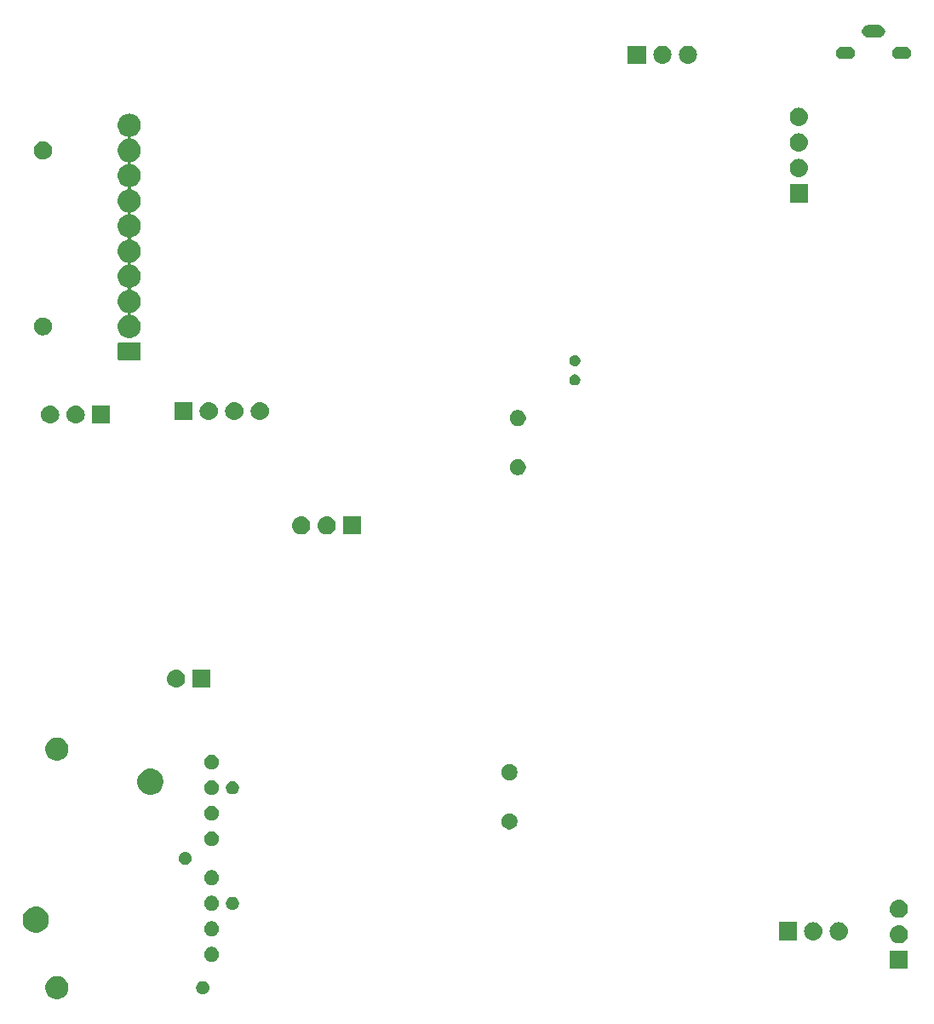
<source format=gbs>
G04 #@! TF.GenerationSoftware,KiCad,Pcbnew,5.1.4-e60b266~84~ubuntu16.04.1*
G04 #@! TF.CreationDate,2019-08-13T02:24:23+05:00*
G04 #@! TF.ProjectId,usb2most,75736232-6d6f-4737-942e-6b696361645f,rev?*
G04 #@! TF.SameCoordinates,Original*
G04 #@! TF.FileFunction,Soldermask,Bot*
G04 #@! TF.FilePolarity,Negative*
%FSLAX46Y46*%
G04 Gerber Fmt 4.6, Leading zero omitted, Abs format (unit mm)*
G04 Created by KiCad (PCBNEW 5.1.4-e60b266~84~ubuntu16.04.1) date 2019-08-13 02:24:23*
%MOMM*%
%LPD*%
G04 APERTURE LIST*
%ADD10C,0.100000*%
G04 APERTURE END LIST*
D10*
G36*
X25687324Y-115664731D02*
G01*
X25835443Y-115694194D01*
X26044729Y-115780884D01*
X26233082Y-115906737D01*
X26393263Y-116066918D01*
X26519116Y-116255271D01*
X26605806Y-116464557D01*
X26650000Y-116686735D01*
X26650000Y-116913265D01*
X26605806Y-117135443D01*
X26519116Y-117344729D01*
X26393263Y-117533082D01*
X26233082Y-117693263D01*
X26044729Y-117819116D01*
X25835443Y-117905806D01*
X25687324Y-117935269D01*
X25613266Y-117950000D01*
X25386734Y-117950000D01*
X25312676Y-117935269D01*
X25164557Y-117905806D01*
X24955271Y-117819116D01*
X24766918Y-117693263D01*
X24606737Y-117533082D01*
X24480884Y-117344729D01*
X24394194Y-117135443D01*
X24350000Y-116913265D01*
X24350000Y-116686735D01*
X24394194Y-116464557D01*
X24480884Y-116255271D01*
X24606737Y-116066918D01*
X24766918Y-115906737D01*
X24955271Y-115780884D01*
X25164557Y-115694194D01*
X25312676Y-115664731D01*
X25386734Y-115650000D01*
X25613266Y-115650000D01*
X25687324Y-115664731D01*
X25687324Y-115664731D01*
G37*
G36*
X40147738Y-116166653D02*
G01*
X40189598Y-116174979D01*
X40238596Y-116195275D01*
X40307889Y-116223977D01*
X40307890Y-116223978D01*
X40414351Y-116295112D01*
X40504888Y-116385649D01*
X40552418Y-116456784D01*
X40576023Y-116492111D01*
X40625021Y-116610403D01*
X40650000Y-116735979D01*
X40650000Y-116864021D01*
X40625021Y-116989597D01*
X40576023Y-117107889D01*
X40576022Y-117107890D01*
X40504888Y-117214351D01*
X40414351Y-117304888D01*
X40354727Y-117344727D01*
X40307889Y-117376023D01*
X40238596Y-117404725D01*
X40189598Y-117425021D01*
X40147738Y-117433347D01*
X40064021Y-117450000D01*
X39935979Y-117450000D01*
X39852262Y-117433347D01*
X39810402Y-117425021D01*
X39761404Y-117404725D01*
X39692111Y-117376023D01*
X39645273Y-117344727D01*
X39585649Y-117304888D01*
X39495112Y-117214351D01*
X39423978Y-117107890D01*
X39423977Y-117107889D01*
X39374979Y-116989597D01*
X39350000Y-116864021D01*
X39350000Y-116735979D01*
X39374979Y-116610403D01*
X39423977Y-116492111D01*
X39447582Y-116456784D01*
X39495112Y-116385649D01*
X39585649Y-116295112D01*
X39692110Y-116223978D01*
X39692111Y-116223977D01*
X39761404Y-116195275D01*
X39810402Y-116174979D01*
X39852262Y-116166653D01*
X39935979Y-116150000D01*
X40064021Y-116150000D01*
X40147738Y-116166653D01*
X40147738Y-116166653D01*
G37*
G36*
X110120000Y-114946000D02*
G01*
X108320000Y-114946000D01*
X108320000Y-113146000D01*
X110120000Y-113146000D01*
X110120000Y-114946000D01*
X110120000Y-114946000D01*
G37*
G36*
X41088766Y-112778821D02*
G01*
X41225257Y-112835358D01*
X41348097Y-112917437D01*
X41452563Y-113021903D01*
X41534642Y-113144743D01*
X41591179Y-113281234D01*
X41620000Y-113426130D01*
X41620000Y-113573870D01*
X41591179Y-113718766D01*
X41534642Y-113855257D01*
X41452563Y-113978097D01*
X41348097Y-114082563D01*
X41225257Y-114164642D01*
X41088766Y-114221179D01*
X40943870Y-114250000D01*
X40796130Y-114250000D01*
X40651234Y-114221179D01*
X40514743Y-114164642D01*
X40391903Y-114082563D01*
X40287437Y-113978097D01*
X40205358Y-113855257D01*
X40148821Y-113718766D01*
X40120000Y-113573870D01*
X40120000Y-113426130D01*
X40148821Y-113281234D01*
X40205358Y-113144743D01*
X40287437Y-113021903D01*
X40391903Y-112917437D01*
X40514743Y-112835358D01*
X40651234Y-112778821D01*
X40796130Y-112750000D01*
X40943870Y-112750000D01*
X41088766Y-112778821D01*
X41088766Y-112778821D01*
G37*
G36*
X109396427Y-110619022D02*
G01*
X109396430Y-110619023D01*
X109396431Y-110619023D01*
X109566081Y-110670486D01*
X109566083Y-110670487D01*
X109566086Y-110670488D01*
X109722431Y-110754056D01*
X109859475Y-110866525D01*
X109971944Y-111003569D01*
X110055512Y-111159914D01*
X110055513Y-111159917D01*
X110055514Y-111159919D01*
X110068293Y-111202046D01*
X110106978Y-111329573D01*
X110124354Y-111506000D01*
X110106978Y-111682427D01*
X110106977Y-111682430D01*
X110106977Y-111682431D01*
X110100910Y-111702432D01*
X110055512Y-111852086D01*
X109971944Y-112008431D01*
X109859475Y-112145475D01*
X109722431Y-112257944D01*
X109566086Y-112341512D01*
X109566083Y-112341513D01*
X109566081Y-112341514D01*
X109396431Y-112392977D01*
X109396430Y-112392977D01*
X109396427Y-112392978D01*
X109264211Y-112406000D01*
X109175789Y-112406000D01*
X109043573Y-112392978D01*
X109043570Y-112392977D01*
X109043569Y-112392977D01*
X108873919Y-112341514D01*
X108873917Y-112341513D01*
X108873914Y-112341512D01*
X108717569Y-112257944D01*
X108580525Y-112145475D01*
X108468056Y-112008431D01*
X108384488Y-111852086D01*
X108339091Y-111702432D01*
X108333023Y-111682431D01*
X108333023Y-111682430D01*
X108333022Y-111682427D01*
X108315646Y-111506000D01*
X108333022Y-111329573D01*
X108371707Y-111202046D01*
X108384486Y-111159919D01*
X108384487Y-111159917D01*
X108384488Y-111159914D01*
X108468056Y-111003569D01*
X108580525Y-110866525D01*
X108717569Y-110754056D01*
X108873914Y-110670488D01*
X108873917Y-110670487D01*
X108873919Y-110670486D01*
X109043569Y-110619023D01*
X109043570Y-110619023D01*
X109043573Y-110619022D01*
X109175789Y-110606000D01*
X109264211Y-110606000D01*
X109396427Y-110619022D01*
X109396427Y-110619022D01*
G37*
G36*
X103426427Y-110313022D02*
G01*
X103426430Y-110313023D01*
X103426431Y-110313023D01*
X103596081Y-110364486D01*
X103596083Y-110364487D01*
X103596086Y-110364488D01*
X103752431Y-110448056D01*
X103889475Y-110560525D01*
X104001944Y-110697569D01*
X104085512Y-110853914D01*
X104085513Y-110853917D01*
X104085514Y-110853919D01*
X104130910Y-111003569D01*
X104136978Y-111023573D01*
X104154354Y-111200000D01*
X104136978Y-111376427D01*
X104136977Y-111376430D01*
X104136977Y-111376431D01*
X104118271Y-111438097D01*
X104085512Y-111546086D01*
X104001944Y-111702431D01*
X103889475Y-111839475D01*
X103752431Y-111951944D01*
X103596086Y-112035512D01*
X103596083Y-112035513D01*
X103596081Y-112035514D01*
X103426431Y-112086977D01*
X103426430Y-112086977D01*
X103426427Y-112086978D01*
X103294211Y-112100000D01*
X103205789Y-112100000D01*
X103073573Y-112086978D01*
X103073570Y-112086977D01*
X103073569Y-112086977D01*
X102903919Y-112035514D01*
X102903917Y-112035513D01*
X102903914Y-112035512D01*
X102747569Y-111951944D01*
X102610525Y-111839475D01*
X102498056Y-111702431D01*
X102414488Y-111546086D01*
X102381730Y-111438097D01*
X102363023Y-111376431D01*
X102363023Y-111376430D01*
X102363022Y-111376427D01*
X102345646Y-111200000D01*
X102363022Y-111023573D01*
X102369090Y-111003569D01*
X102414486Y-110853919D01*
X102414487Y-110853917D01*
X102414488Y-110853914D01*
X102498056Y-110697569D01*
X102610525Y-110560525D01*
X102747569Y-110448056D01*
X102903914Y-110364488D01*
X102903917Y-110364487D01*
X102903919Y-110364486D01*
X103073569Y-110313023D01*
X103073570Y-110313023D01*
X103073573Y-110313022D01*
X103205789Y-110300000D01*
X103294211Y-110300000D01*
X103426427Y-110313022D01*
X103426427Y-110313022D01*
G37*
G36*
X100886427Y-110313022D02*
G01*
X100886430Y-110313023D01*
X100886431Y-110313023D01*
X101056081Y-110364486D01*
X101056083Y-110364487D01*
X101056086Y-110364488D01*
X101212431Y-110448056D01*
X101349475Y-110560525D01*
X101461944Y-110697569D01*
X101545512Y-110853914D01*
X101545513Y-110853917D01*
X101545514Y-110853919D01*
X101590910Y-111003569D01*
X101596978Y-111023573D01*
X101614354Y-111200000D01*
X101596978Y-111376427D01*
X101596977Y-111376430D01*
X101596977Y-111376431D01*
X101578271Y-111438097D01*
X101545512Y-111546086D01*
X101461944Y-111702431D01*
X101349475Y-111839475D01*
X101212431Y-111951944D01*
X101056086Y-112035512D01*
X101056083Y-112035513D01*
X101056081Y-112035514D01*
X100886431Y-112086977D01*
X100886430Y-112086977D01*
X100886427Y-112086978D01*
X100754211Y-112100000D01*
X100665789Y-112100000D01*
X100533573Y-112086978D01*
X100533570Y-112086977D01*
X100533569Y-112086977D01*
X100363919Y-112035514D01*
X100363917Y-112035513D01*
X100363914Y-112035512D01*
X100207569Y-111951944D01*
X100070525Y-111839475D01*
X99958056Y-111702431D01*
X99874488Y-111546086D01*
X99841730Y-111438097D01*
X99823023Y-111376431D01*
X99823023Y-111376430D01*
X99823022Y-111376427D01*
X99805646Y-111200000D01*
X99823022Y-111023573D01*
X99829090Y-111003569D01*
X99874486Y-110853919D01*
X99874487Y-110853917D01*
X99874488Y-110853914D01*
X99958056Y-110697569D01*
X100070525Y-110560525D01*
X100207569Y-110448056D01*
X100363914Y-110364488D01*
X100363917Y-110364487D01*
X100363919Y-110364486D01*
X100533569Y-110313023D01*
X100533570Y-110313023D01*
X100533573Y-110313022D01*
X100665789Y-110300000D01*
X100754211Y-110300000D01*
X100886427Y-110313022D01*
X100886427Y-110313022D01*
G37*
G36*
X99070000Y-112100000D02*
G01*
X97270000Y-112100000D01*
X97270000Y-110300000D01*
X99070000Y-110300000D01*
X99070000Y-112100000D01*
X99070000Y-112100000D01*
G37*
G36*
X41088766Y-110238821D02*
G01*
X41225257Y-110295358D01*
X41348097Y-110377437D01*
X41452563Y-110481903D01*
X41534642Y-110604743D01*
X41591179Y-110741234D01*
X41620000Y-110886130D01*
X41620000Y-111033870D01*
X41591179Y-111178766D01*
X41534642Y-111315257D01*
X41452563Y-111438097D01*
X41348097Y-111542563D01*
X41225257Y-111624642D01*
X41088766Y-111681179D01*
X40943870Y-111710000D01*
X40796130Y-111710000D01*
X40651234Y-111681179D01*
X40514743Y-111624642D01*
X40391903Y-111542563D01*
X40287437Y-111438097D01*
X40205358Y-111315257D01*
X40148821Y-111178766D01*
X40120000Y-111033870D01*
X40120000Y-110886130D01*
X40148821Y-110741234D01*
X40205358Y-110604743D01*
X40287437Y-110481903D01*
X40391903Y-110377437D01*
X40514743Y-110295358D01*
X40651234Y-110238821D01*
X40796130Y-110210000D01*
X40943870Y-110210000D01*
X41088766Y-110238821D01*
X41088766Y-110238821D01*
G37*
G36*
X23653617Y-108774979D02*
G01*
X23779196Y-108799958D01*
X24015781Y-108897955D01*
X24228702Y-109040224D01*
X24409776Y-109221298D01*
X24470435Y-109312081D01*
X24552046Y-109434221D01*
X24650042Y-109670805D01*
X24686279Y-109852978D01*
X24700000Y-109921961D01*
X24700000Y-110178039D01*
X24650042Y-110429196D01*
X24552045Y-110665781D01*
X24409776Y-110878702D01*
X24228702Y-111059776D01*
X24015781Y-111202045D01*
X23779196Y-111300042D01*
X23528040Y-111350000D01*
X23271960Y-111350000D01*
X23020804Y-111300042D01*
X22784219Y-111202045D01*
X22571298Y-111059776D01*
X22390224Y-110878702D01*
X22247955Y-110665781D01*
X22149958Y-110429196D01*
X22100000Y-110178039D01*
X22100000Y-109921961D01*
X22113722Y-109852978D01*
X22149958Y-109670805D01*
X22247954Y-109434221D01*
X22329565Y-109312081D01*
X22390224Y-109221298D01*
X22571298Y-109040224D01*
X22784219Y-108897955D01*
X23020804Y-108799958D01*
X23146383Y-108774979D01*
X23271960Y-108750000D01*
X23528040Y-108750000D01*
X23653617Y-108774979D01*
X23653617Y-108774979D01*
G37*
G36*
X109396427Y-108079022D02*
G01*
X109396430Y-108079023D01*
X109396431Y-108079023D01*
X109566081Y-108130486D01*
X109566083Y-108130487D01*
X109566086Y-108130488D01*
X109722431Y-108214056D01*
X109859475Y-108326525D01*
X109971944Y-108463569D01*
X110055512Y-108619914D01*
X110055513Y-108619917D01*
X110055514Y-108619919D01*
X110094974Y-108750000D01*
X110106978Y-108789573D01*
X110124354Y-108966000D01*
X110106978Y-109142427D01*
X110106977Y-109142430D01*
X110106977Y-109142431D01*
X110083053Y-109221299D01*
X110055512Y-109312086D01*
X109971944Y-109468431D01*
X109859475Y-109605475D01*
X109722431Y-109717944D01*
X109566086Y-109801512D01*
X109566083Y-109801513D01*
X109566081Y-109801514D01*
X109396431Y-109852977D01*
X109396430Y-109852977D01*
X109396427Y-109852978D01*
X109264211Y-109866000D01*
X109175789Y-109866000D01*
X109043573Y-109852978D01*
X109043570Y-109852977D01*
X109043569Y-109852977D01*
X108873919Y-109801514D01*
X108873917Y-109801513D01*
X108873914Y-109801512D01*
X108717569Y-109717944D01*
X108580525Y-109605475D01*
X108468056Y-109468431D01*
X108384488Y-109312086D01*
X108356948Y-109221299D01*
X108333023Y-109142431D01*
X108333023Y-109142430D01*
X108333022Y-109142427D01*
X108315646Y-108966000D01*
X108333022Y-108789573D01*
X108345026Y-108750000D01*
X108384486Y-108619919D01*
X108384487Y-108619917D01*
X108384488Y-108619914D01*
X108468056Y-108463569D01*
X108580525Y-108326525D01*
X108717569Y-108214056D01*
X108873914Y-108130488D01*
X108873917Y-108130487D01*
X108873919Y-108130486D01*
X109043569Y-108079023D01*
X109043570Y-108079023D01*
X109043573Y-108079022D01*
X109175789Y-108066000D01*
X109264211Y-108066000D01*
X109396427Y-108079022D01*
X109396427Y-108079022D01*
G37*
G36*
X41088766Y-107698821D02*
G01*
X41225257Y-107755358D01*
X41348097Y-107837437D01*
X41452563Y-107941903D01*
X41534642Y-108064743D01*
X41591179Y-108201234D01*
X41620000Y-108346130D01*
X41620000Y-108493870D01*
X41591179Y-108638766D01*
X41534642Y-108775257D01*
X41452563Y-108898097D01*
X41348097Y-109002563D01*
X41225257Y-109084642D01*
X41088766Y-109141179D01*
X40943870Y-109170000D01*
X40796130Y-109170000D01*
X40651234Y-109141179D01*
X40514743Y-109084642D01*
X40391903Y-109002563D01*
X40287437Y-108898097D01*
X40205358Y-108775257D01*
X40148821Y-108638766D01*
X40120000Y-108493870D01*
X40120000Y-108346130D01*
X40148821Y-108201234D01*
X40205358Y-108064743D01*
X40287437Y-107941903D01*
X40391903Y-107837437D01*
X40514743Y-107755358D01*
X40651234Y-107698821D01*
X40796130Y-107670000D01*
X40943870Y-107670000D01*
X41088766Y-107698821D01*
X41088766Y-107698821D01*
G37*
G36*
X43097738Y-107786653D02*
G01*
X43139598Y-107794979D01*
X43188596Y-107815275D01*
X43257889Y-107843977D01*
X43257890Y-107843978D01*
X43364351Y-107915112D01*
X43454888Y-108005649D01*
X43494372Y-108064742D01*
X43526023Y-108112111D01*
X43533634Y-108130486D01*
X43575021Y-108230402D01*
X43600000Y-108355981D01*
X43600000Y-108484019D01*
X43575021Y-108609598D01*
X43554725Y-108658596D01*
X43526023Y-108727889D01*
X43526022Y-108727890D01*
X43454888Y-108834351D01*
X43364351Y-108924888D01*
X43302822Y-108966000D01*
X43257889Y-108996023D01*
X43188596Y-109024725D01*
X43139598Y-109045021D01*
X43097738Y-109053347D01*
X43014021Y-109070000D01*
X42885979Y-109070000D01*
X42802262Y-109053347D01*
X42760402Y-109045021D01*
X42711404Y-109024725D01*
X42642111Y-108996023D01*
X42597178Y-108966000D01*
X42535649Y-108924888D01*
X42445112Y-108834351D01*
X42373978Y-108727890D01*
X42373977Y-108727889D01*
X42345275Y-108658596D01*
X42324979Y-108609598D01*
X42300000Y-108484019D01*
X42300000Y-108355981D01*
X42324979Y-108230402D01*
X42366366Y-108130486D01*
X42373977Y-108112111D01*
X42405628Y-108064742D01*
X42445112Y-108005649D01*
X42535649Y-107915112D01*
X42642110Y-107843978D01*
X42642111Y-107843977D01*
X42711404Y-107815275D01*
X42760402Y-107794979D01*
X42802262Y-107786653D01*
X42885979Y-107770000D01*
X43014021Y-107770000D01*
X43097738Y-107786653D01*
X43097738Y-107786653D01*
G37*
G36*
X41088766Y-105158821D02*
G01*
X41225257Y-105215358D01*
X41348097Y-105297437D01*
X41452563Y-105401903D01*
X41534642Y-105524743D01*
X41591179Y-105661234D01*
X41620000Y-105806130D01*
X41620000Y-105953870D01*
X41591179Y-106098766D01*
X41534642Y-106235257D01*
X41452563Y-106358097D01*
X41348097Y-106462563D01*
X41225257Y-106544642D01*
X41088766Y-106601179D01*
X40943870Y-106630000D01*
X40796130Y-106630000D01*
X40651234Y-106601179D01*
X40514743Y-106544642D01*
X40391903Y-106462563D01*
X40287437Y-106358097D01*
X40205358Y-106235257D01*
X40148821Y-106098766D01*
X40120000Y-105953870D01*
X40120000Y-105806130D01*
X40148821Y-105661234D01*
X40205358Y-105524743D01*
X40287437Y-105401903D01*
X40391903Y-105297437D01*
X40514743Y-105215358D01*
X40651234Y-105158821D01*
X40796130Y-105130000D01*
X40943870Y-105130000D01*
X41088766Y-105158821D01*
X41088766Y-105158821D01*
G37*
G36*
X38397738Y-103316653D02*
G01*
X38439598Y-103324979D01*
X38488596Y-103345275D01*
X38557889Y-103373977D01*
X38557890Y-103373978D01*
X38664351Y-103445112D01*
X38754888Y-103535649D01*
X38802418Y-103606784D01*
X38826023Y-103642111D01*
X38875021Y-103760403D01*
X38900000Y-103885979D01*
X38900000Y-104014021D01*
X38875021Y-104139597D01*
X38826023Y-104257889D01*
X38826022Y-104257890D01*
X38754888Y-104364351D01*
X38664351Y-104454888D01*
X38593216Y-104502418D01*
X38557889Y-104526023D01*
X38488596Y-104554725D01*
X38439598Y-104575021D01*
X38397738Y-104583347D01*
X38314021Y-104600000D01*
X38185979Y-104600000D01*
X38102262Y-104583347D01*
X38060402Y-104575021D01*
X38011404Y-104554725D01*
X37942111Y-104526023D01*
X37906784Y-104502418D01*
X37835649Y-104454888D01*
X37745112Y-104364351D01*
X37673978Y-104257890D01*
X37673977Y-104257889D01*
X37624979Y-104139597D01*
X37600000Y-104014021D01*
X37600000Y-103885979D01*
X37624979Y-103760403D01*
X37673977Y-103642111D01*
X37697582Y-103606784D01*
X37745112Y-103535649D01*
X37835649Y-103445112D01*
X37942110Y-103373978D01*
X37942111Y-103373977D01*
X38011404Y-103345275D01*
X38060402Y-103324979D01*
X38102262Y-103316653D01*
X38185979Y-103300000D01*
X38314021Y-103300000D01*
X38397738Y-103316653D01*
X38397738Y-103316653D01*
G37*
G36*
X41088766Y-101298821D02*
G01*
X41225257Y-101355358D01*
X41348097Y-101437437D01*
X41452563Y-101541903D01*
X41534642Y-101664743D01*
X41591179Y-101801234D01*
X41620000Y-101946130D01*
X41620000Y-102093870D01*
X41591179Y-102238766D01*
X41534642Y-102375257D01*
X41452563Y-102498097D01*
X41348097Y-102602563D01*
X41225257Y-102684642D01*
X41088766Y-102741179D01*
X40943870Y-102770000D01*
X40796130Y-102770000D01*
X40651234Y-102741179D01*
X40514743Y-102684642D01*
X40391903Y-102602563D01*
X40287437Y-102498097D01*
X40205358Y-102375257D01*
X40148821Y-102238766D01*
X40120000Y-102093870D01*
X40120000Y-101946130D01*
X40148821Y-101801234D01*
X40205358Y-101664743D01*
X40287437Y-101541903D01*
X40391903Y-101437437D01*
X40514743Y-101355358D01*
X40651234Y-101298821D01*
X40796130Y-101270000D01*
X40943870Y-101270000D01*
X41088766Y-101298821D01*
X41088766Y-101298821D01*
G37*
G36*
X70733351Y-99510743D02*
G01*
X70878941Y-99571048D01*
X71009970Y-99658599D01*
X71121401Y-99770030D01*
X71208952Y-99901059D01*
X71269257Y-100046649D01*
X71300000Y-100201206D01*
X71300000Y-100358794D01*
X71269257Y-100513351D01*
X71208952Y-100658941D01*
X71121401Y-100789970D01*
X71009970Y-100901401D01*
X70878941Y-100988952D01*
X70733351Y-101049257D01*
X70578794Y-101080000D01*
X70421206Y-101080000D01*
X70266649Y-101049257D01*
X70121059Y-100988952D01*
X69990030Y-100901401D01*
X69878599Y-100789970D01*
X69791048Y-100658941D01*
X69730743Y-100513351D01*
X69700000Y-100358794D01*
X69700000Y-100201206D01*
X69730743Y-100046649D01*
X69791048Y-99901059D01*
X69878599Y-99770030D01*
X69990030Y-99658599D01*
X70121059Y-99571048D01*
X70266649Y-99510743D01*
X70421206Y-99480000D01*
X70578794Y-99480000D01*
X70733351Y-99510743D01*
X70733351Y-99510743D01*
G37*
G36*
X41088766Y-98758821D02*
G01*
X41225257Y-98815358D01*
X41348097Y-98897437D01*
X41452563Y-99001903D01*
X41534642Y-99124743D01*
X41591179Y-99261234D01*
X41620000Y-99406130D01*
X41620000Y-99553870D01*
X41591179Y-99698766D01*
X41534642Y-99835257D01*
X41452563Y-99958097D01*
X41348097Y-100062563D01*
X41225257Y-100144642D01*
X41088766Y-100201179D01*
X40943870Y-100230000D01*
X40796130Y-100230000D01*
X40651234Y-100201179D01*
X40514743Y-100144642D01*
X40391903Y-100062563D01*
X40287437Y-99958097D01*
X40205358Y-99835257D01*
X40148821Y-99698766D01*
X40120000Y-99553870D01*
X40120000Y-99406130D01*
X40148821Y-99261234D01*
X40205358Y-99124743D01*
X40287437Y-99001903D01*
X40391903Y-98897437D01*
X40514743Y-98815358D01*
X40651234Y-98758821D01*
X40796130Y-98730000D01*
X40943870Y-98730000D01*
X41088766Y-98758821D01*
X41088766Y-98758821D01*
G37*
G36*
X41088766Y-96218821D02*
G01*
X41225257Y-96275358D01*
X41348097Y-96357437D01*
X41452563Y-96461903D01*
X41534642Y-96584743D01*
X41591179Y-96721234D01*
X41620000Y-96866130D01*
X41620000Y-97013870D01*
X41591179Y-97158766D01*
X41534642Y-97295257D01*
X41452563Y-97418097D01*
X41348097Y-97522563D01*
X41225257Y-97604642D01*
X41088766Y-97661179D01*
X40943870Y-97690000D01*
X40796130Y-97690000D01*
X40651234Y-97661179D01*
X40514743Y-97604642D01*
X40391903Y-97522563D01*
X40287437Y-97418097D01*
X40205358Y-97295257D01*
X40148821Y-97158766D01*
X40120000Y-97013870D01*
X40120000Y-96866130D01*
X40148821Y-96721234D01*
X40205358Y-96584743D01*
X40287437Y-96461903D01*
X40391903Y-96357437D01*
X40514743Y-96275358D01*
X40651234Y-96218821D01*
X40796130Y-96190000D01*
X40943870Y-96190000D01*
X41088766Y-96218821D01*
X41088766Y-96218821D01*
G37*
G36*
X35001645Y-95064641D02*
G01*
X35179196Y-95099958D01*
X35415781Y-95197955D01*
X35628702Y-95340224D01*
X35809776Y-95521298D01*
X35952045Y-95734219D01*
X36024844Y-95909970D01*
X36050042Y-95970805D01*
X36099376Y-96218821D01*
X36100000Y-96221961D01*
X36100000Y-96478039D01*
X36050042Y-96729196D01*
X35952045Y-96965781D01*
X35809776Y-97178702D01*
X35628702Y-97359776D01*
X35415781Y-97502045D01*
X35179196Y-97600042D01*
X34928040Y-97650000D01*
X34671960Y-97650000D01*
X34420804Y-97600042D01*
X34184219Y-97502045D01*
X33971298Y-97359776D01*
X33790224Y-97178702D01*
X33647955Y-96965781D01*
X33549958Y-96729196D01*
X33500000Y-96478039D01*
X33500000Y-96221961D01*
X33500625Y-96218821D01*
X33549958Y-95970805D01*
X33575157Y-95909970D01*
X33647955Y-95734219D01*
X33790224Y-95521298D01*
X33971298Y-95340224D01*
X34184219Y-95197955D01*
X34420804Y-95099958D01*
X34598355Y-95064641D01*
X34671960Y-95050000D01*
X34928040Y-95050000D01*
X35001645Y-95064641D01*
X35001645Y-95064641D01*
G37*
G36*
X43097738Y-96306653D02*
G01*
X43139598Y-96314979D01*
X43188596Y-96335275D01*
X43257889Y-96363977D01*
X43257890Y-96363978D01*
X43364351Y-96435112D01*
X43454888Y-96525649D01*
X43494372Y-96584742D01*
X43526023Y-96632111D01*
X43554725Y-96701404D01*
X43575021Y-96750402D01*
X43600000Y-96875981D01*
X43600000Y-97004019D01*
X43575021Y-97129598D01*
X43554725Y-97178596D01*
X43526023Y-97247889D01*
X43526022Y-97247890D01*
X43454888Y-97354351D01*
X43364351Y-97444888D01*
X43293216Y-97492418D01*
X43257889Y-97516023D01*
X43188596Y-97544725D01*
X43139598Y-97565021D01*
X43097738Y-97573347D01*
X43014021Y-97590000D01*
X42885979Y-97590000D01*
X42802262Y-97573347D01*
X42760402Y-97565021D01*
X42711404Y-97544725D01*
X42642111Y-97516023D01*
X42606784Y-97492418D01*
X42535649Y-97444888D01*
X42445112Y-97354351D01*
X42373978Y-97247890D01*
X42373977Y-97247889D01*
X42345275Y-97178596D01*
X42324979Y-97129598D01*
X42300000Y-97004019D01*
X42300000Y-96875981D01*
X42324979Y-96750402D01*
X42345275Y-96701404D01*
X42373977Y-96632111D01*
X42405628Y-96584742D01*
X42445112Y-96525649D01*
X42535649Y-96435112D01*
X42642110Y-96363978D01*
X42642111Y-96363977D01*
X42711404Y-96335275D01*
X42760402Y-96314979D01*
X42802262Y-96306653D01*
X42885979Y-96290000D01*
X43014021Y-96290000D01*
X43097738Y-96306653D01*
X43097738Y-96306653D01*
G37*
G36*
X70733351Y-94630743D02*
G01*
X70878941Y-94691048D01*
X71009970Y-94778599D01*
X71121401Y-94890030D01*
X71208952Y-95021059D01*
X71269257Y-95166649D01*
X71300000Y-95321206D01*
X71300000Y-95478794D01*
X71269257Y-95633351D01*
X71208952Y-95778941D01*
X71121401Y-95909970D01*
X71009970Y-96021401D01*
X70878941Y-96108952D01*
X70733351Y-96169257D01*
X70578794Y-96200000D01*
X70421206Y-96200000D01*
X70266649Y-96169257D01*
X70121059Y-96108952D01*
X69990030Y-96021401D01*
X69878599Y-95909970D01*
X69791048Y-95778941D01*
X69730743Y-95633351D01*
X69700000Y-95478794D01*
X69700000Y-95321206D01*
X69730743Y-95166649D01*
X69791048Y-95021059D01*
X69878599Y-94890030D01*
X69990030Y-94778599D01*
X70121059Y-94691048D01*
X70266649Y-94630743D01*
X70421206Y-94600000D01*
X70578794Y-94600000D01*
X70733351Y-94630743D01*
X70733351Y-94630743D01*
G37*
G36*
X41088766Y-93678821D02*
G01*
X41225257Y-93735358D01*
X41348097Y-93817437D01*
X41452563Y-93921903D01*
X41534642Y-94044743D01*
X41591179Y-94181234D01*
X41620000Y-94326130D01*
X41620000Y-94473870D01*
X41591179Y-94618766D01*
X41534642Y-94755257D01*
X41452563Y-94878097D01*
X41348097Y-94982563D01*
X41225257Y-95064642D01*
X41088766Y-95121179D01*
X40943870Y-95150000D01*
X40796130Y-95150000D01*
X40651234Y-95121179D01*
X40514743Y-95064642D01*
X40391903Y-94982563D01*
X40287437Y-94878097D01*
X40205358Y-94755257D01*
X40148821Y-94618766D01*
X40120000Y-94473870D01*
X40120000Y-94326130D01*
X40148821Y-94181234D01*
X40205358Y-94044743D01*
X40287437Y-93921903D01*
X40391903Y-93817437D01*
X40514743Y-93735358D01*
X40651234Y-93678821D01*
X40796130Y-93650000D01*
X40943870Y-93650000D01*
X41088766Y-93678821D01*
X41088766Y-93678821D01*
G37*
G36*
X25687324Y-91964731D02*
G01*
X25835443Y-91994194D01*
X26044729Y-92080884D01*
X26233082Y-92206737D01*
X26393263Y-92366918D01*
X26519116Y-92555271D01*
X26605806Y-92764557D01*
X26650000Y-92986735D01*
X26650000Y-93213265D01*
X26605806Y-93435443D01*
X26519116Y-93644729D01*
X26393263Y-93833082D01*
X26233082Y-93993263D01*
X26044729Y-94119116D01*
X25835443Y-94205806D01*
X25687324Y-94235269D01*
X25613266Y-94250000D01*
X25386734Y-94250000D01*
X25312676Y-94235269D01*
X25164557Y-94205806D01*
X24955271Y-94119116D01*
X24766918Y-93993263D01*
X24606737Y-93833082D01*
X24480884Y-93644729D01*
X24394194Y-93435443D01*
X24350000Y-93213265D01*
X24350000Y-92986735D01*
X24394194Y-92764557D01*
X24480884Y-92555271D01*
X24606737Y-92366918D01*
X24766918Y-92206737D01*
X24955271Y-92080884D01*
X25164557Y-91994194D01*
X25312676Y-91964731D01*
X25386734Y-91950000D01*
X25613266Y-91950000D01*
X25687324Y-91964731D01*
X25687324Y-91964731D01*
G37*
G36*
X37514427Y-85213022D02*
G01*
X37514430Y-85213023D01*
X37514431Y-85213023D01*
X37684081Y-85264486D01*
X37684083Y-85264487D01*
X37684086Y-85264488D01*
X37840431Y-85348056D01*
X37977475Y-85460525D01*
X38089944Y-85597569D01*
X38173512Y-85753914D01*
X38224978Y-85923573D01*
X38242354Y-86100000D01*
X38224978Y-86276427D01*
X38173512Y-86446086D01*
X38089944Y-86602431D01*
X37977475Y-86739475D01*
X37840431Y-86851944D01*
X37684086Y-86935512D01*
X37684083Y-86935513D01*
X37684081Y-86935514D01*
X37514431Y-86986977D01*
X37514430Y-86986977D01*
X37514427Y-86986978D01*
X37382211Y-87000000D01*
X37293789Y-87000000D01*
X37161573Y-86986978D01*
X37161570Y-86986977D01*
X37161569Y-86986977D01*
X36991919Y-86935514D01*
X36991917Y-86935513D01*
X36991914Y-86935512D01*
X36835569Y-86851944D01*
X36698525Y-86739475D01*
X36586056Y-86602431D01*
X36502488Y-86446086D01*
X36451022Y-86276427D01*
X36433646Y-86100000D01*
X36451022Y-85923573D01*
X36502488Y-85753914D01*
X36586056Y-85597569D01*
X36698525Y-85460525D01*
X36835569Y-85348056D01*
X36991914Y-85264488D01*
X36991917Y-85264487D01*
X36991919Y-85264486D01*
X37161569Y-85213023D01*
X37161570Y-85213023D01*
X37161573Y-85213022D01*
X37293789Y-85200000D01*
X37382211Y-85200000D01*
X37514427Y-85213022D01*
X37514427Y-85213022D01*
G37*
G36*
X40778000Y-87000000D02*
G01*
X38978000Y-87000000D01*
X38978000Y-85200000D01*
X40778000Y-85200000D01*
X40778000Y-87000000D01*
X40778000Y-87000000D01*
G37*
G36*
X52500427Y-69979022D02*
G01*
X52500430Y-69979023D01*
X52500431Y-69979023D01*
X52670081Y-70030486D01*
X52670083Y-70030487D01*
X52670086Y-70030488D01*
X52826431Y-70114056D01*
X52963475Y-70226525D01*
X53075944Y-70363569D01*
X53159512Y-70519914D01*
X53210978Y-70689573D01*
X53228354Y-70866000D01*
X53210978Y-71042427D01*
X53159512Y-71212086D01*
X53075944Y-71368431D01*
X52963475Y-71505475D01*
X52826431Y-71617944D01*
X52670086Y-71701512D01*
X52670083Y-71701513D01*
X52670081Y-71701514D01*
X52500431Y-71752977D01*
X52500430Y-71752977D01*
X52500427Y-71752978D01*
X52368211Y-71766000D01*
X52279789Y-71766000D01*
X52147573Y-71752978D01*
X52147570Y-71752977D01*
X52147569Y-71752977D01*
X51977919Y-71701514D01*
X51977917Y-71701513D01*
X51977914Y-71701512D01*
X51821569Y-71617944D01*
X51684525Y-71505475D01*
X51572056Y-71368431D01*
X51488488Y-71212086D01*
X51437022Y-71042427D01*
X51419646Y-70866000D01*
X51437022Y-70689573D01*
X51488488Y-70519914D01*
X51572056Y-70363569D01*
X51684525Y-70226525D01*
X51821569Y-70114056D01*
X51977914Y-70030488D01*
X51977917Y-70030487D01*
X51977919Y-70030486D01*
X52147569Y-69979023D01*
X52147570Y-69979023D01*
X52147573Y-69979022D01*
X52279789Y-69966000D01*
X52368211Y-69966000D01*
X52500427Y-69979022D01*
X52500427Y-69979022D01*
G37*
G36*
X49960427Y-69979022D02*
G01*
X49960430Y-69979023D01*
X49960431Y-69979023D01*
X50130081Y-70030486D01*
X50130083Y-70030487D01*
X50130086Y-70030488D01*
X50286431Y-70114056D01*
X50423475Y-70226525D01*
X50535944Y-70363569D01*
X50619512Y-70519914D01*
X50670978Y-70689573D01*
X50688354Y-70866000D01*
X50670978Y-71042427D01*
X50619512Y-71212086D01*
X50535944Y-71368431D01*
X50423475Y-71505475D01*
X50286431Y-71617944D01*
X50130086Y-71701512D01*
X50130083Y-71701513D01*
X50130081Y-71701514D01*
X49960431Y-71752977D01*
X49960430Y-71752977D01*
X49960427Y-71752978D01*
X49828211Y-71766000D01*
X49739789Y-71766000D01*
X49607573Y-71752978D01*
X49607570Y-71752977D01*
X49607569Y-71752977D01*
X49437919Y-71701514D01*
X49437917Y-71701513D01*
X49437914Y-71701512D01*
X49281569Y-71617944D01*
X49144525Y-71505475D01*
X49032056Y-71368431D01*
X48948488Y-71212086D01*
X48897022Y-71042427D01*
X48879646Y-70866000D01*
X48897022Y-70689573D01*
X48948488Y-70519914D01*
X49032056Y-70363569D01*
X49144525Y-70226525D01*
X49281569Y-70114056D01*
X49437914Y-70030488D01*
X49437917Y-70030487D01*
X49437919Y-70030486D01*
X49607569Y-69979023D01*
X49607570Y-69979023D01*
X49607573Y-69979022D01*
X49739789Y-69966000D01*
X49828211Y-69966000D01*
X49960427Y-69979022D01*
X49960427Y-69979022D01*
G37*
G36*
X55764000Y-71766000D02*
G01*
X53964000Y-71766000D01*
X53964000Y-69966000D01*
X55764000Y-69966000D01*
X55764000Y-71766000D01*
X55764000Y-71766000D01*
G37*
G36*
X71558351Y-64310743D02*
G01*
X71703941Y-64371048D01*
X71834970Y-64458599D01*
X71946401Y-64570030D01*
X72033952Y-64701059D01*
X72094257Y-64846649D01*
X72125000Y-65001206D01*
X72125000Y-65158794D01*
X72094257Y-65313351D01*
X72033952Y-65458941D01*
X71946401Y-65589970D01*
X71834970Y-65701401D01*
X71703941Y-65788952D01*
X71558351Y-65849257D01*
X71403794Y-65880000D01*
X71246206Y-65880000D01*
X71091649Y-65849257D01*
X70946059Y-65788952D01*
X70815030Y-65701401D01*
X70703599Y-65589970D01*
X70616048Y-65458941D01*
X70555743Y-65313351D01*
X70525000Y-65158794D01*
X70525000Y-65001206D01*
X70555743Y-64846649D01*
X70616048Y-64701059D01*
X70703599Y-64570030D01*
X70815030Y-64458599D01*
X70946059Y-64371048D01*
X71091649Y-64310743D01*
X71246206Y-64280000D01*
X71403794Y-64280000D01*
X71558351Y-64310743D01*
X71558351Y-64310743D01*
G37*
G36*
X71558351Y-59430743D02*
G01*
X71703941Y-59491048D01*
X71834970Y-59578599D01*
X71946401Y-59690030D01*
X72033952Y-59821059D01*
X72094257Y-59966649D01*
X72125000Y-60121206D01*
X72125000Y-60278794D01*
X72094257Y-60433351D01*
X72033952Y-60578941D01*
X71946401Y-60709970D01*
X71834970Y-60821401D01*
X71703941Y-60908952D01*
X71558351Y-60969257D01*
X71403794Y-61000000D01*
X71246206Y-61000000D01*
X71091649Y-60969257D01*
X70946059Y-60908952D01*
X70815030Y-60821401D01*
X70703599Y-60709970D01*
X70616048Y-60578941D01*
X70555743Y-60433351D01*
X70525000Y-60278794D01*
X70525000Y-60121206D01*
X70555743Y-59966649D01*
X70616048Y-59821059D01*
X70703599Y-59690030D01*
X70815030Y-59578599D01*
X70946059Y-59491048D01*
X71091649Y-59430743D01*
X71246206Y-59400000D01*
X71403794Y-59400000D01*
X71558351Y-59430743D01*
X71558351Y-59430743D01*
G37*
G36*
X27536427Y-58963022D02*
G01*
X27536430Y-58963023D01*
X27536431Y-58963023D01*
X27706081Y-59014486D01*
X27706083Y-59014487D01*
X27706086Y-59014488D01*
X27862431Y-59098056D01*
X27999475Y-59210525D01*
X28111944Y-59347569D01*
X28195512Y-59503914D01*
X28246978Y-59673573D01*
X28264354Y-59850000D01*
X28246978Y-60026427D01*
X28195512Y-60196086D01*
X28111944Y-60352431D01*
X27999475Y-60489475D01*
X27862431Y-60601944D01*
X27706086Y-60685512D01*
X27706083Y-60685513D01*
X27706081Y-60685514D01*
X27536431Y-60736977D01*
X27536430Y-60736977D01*
X27536427Y-60736978D01*
X27404211Y-60750000D01*
X27315789Y-60750000D01*
X27183573Y-60736978D01*
X27183570Y-60736977D01*
X27183569Y-60736977D01*
X27013919Y-60685514D01*
X27013917Y-60685513D01*
X27013914Y-60685512D01*
X26857569Y-60601944D01*
X26720525Y-60489475D01*
X26608056Y-60352431D01*
X26524488Y-60196086D01*
X26473022Y-60026427D01*
X26455646Y-59850000D01*
X26473022Y-59673573D01*
X26524488Y-59503914D01*
X26608056Y-59347569D01*
X26720525Y-59210525D01*
X26857569Y-59098056D01*
X27013914Y-59014488D01*
X27013917Y-59014487D01*
X27013919Y-59014486D01*
X27183569Y-58963023D01*
X27183570Y-58963023D01*
X27183573Y-58963022D01*
X27315789Y-58950000D01*
X27404211Y-58950000D01*
X27536427Y-58963022D01*
X27536427Y-58963022D01*
G37*
G36*
X24996427Y-58963022D02*
G01*
X24996430Y-58963023D01*
X24996431Y-58963023D01*
X25166081Y-59014486D01*
X25166083Y-59014487D01*
X25166086Y-59014488D01*
X25322431Y-59098056D01*
X25459475Y-59210525D01*
X25571944Y-59347569D01*
X25655512Y-59503914D01*
X25706978Y-59673573D01*
X25724354Y-59850000D01*
X25706978Y-60026427D01*
X25655512Y-60196086D01*
X25571944Y-60352431D01*
X25459475Y-60489475D01*
X25322431Y-60601944D01*
X25166086Y-60685512D01*
X25166083Y-60685513D01*
X25166081Y-60685514D01*
X24996431Y-60736977D01*
X24996430Y-60736977D01*
X24996427Y-60736978D01*
X24864211Y-60750000D01*
X24775789Y-60750000D01*
X24643573Y-60736978D01*
X24643570Y-60736977D01*
X24643569Y-60736977D01*
X24473919Y-60685514D01*
X24473917Y-60685513D01*
X24473914Y-60685512D01*
X24317569Y-60601944D01*
X24180525Y-60489475D01*
X24068056Y-60352431D01*
X23984488Y-60196086D01*
X23933022Y-60026427D01*
X23915646Y-59850000D01*
X23933022Y-59673573D01*
X23984488Y-59503914D01*
X24068056Y-59347569D01*
X24180525Y-59210525D01*
X24317569Y-59098056D01*
X24473914Y-59014488D01*
X24473917Y-59014487D01*
X24473919Y-59014486D01*
X24643569Y-58963023D01*
X24643570Y-58963023D01*
X24643573Y-58963022D01*
X24775789Y-58950000D01*
X24864211Y-58950000D01*
X24996427Y-58963022D01*
X24996427Y-58963022D01*
G37*
G36*
X30800000Y-60750000D02*
G01*
X29000000Y-60750000D01*
X29000000Y-58950000D01*
X30800000Y-58950000D01*
X30800000Y-60750000D01*
X30800000Y-60750000D01*
G37*
G36*
X45851427Y-58613022D02*
G01*
X45851430Y-58613023D01*
X45851431Y-58613023D01*
X46021081Y-58664486D01*
X46021083Y-58664487D01*
X46021086Y-58664488D01*
X46177431Y-58748056D01*
X46314475Y-58860525D01*
X46426944Y-58997569D01*
X46510512Y-59153914D01*
X46561978Y-59323573D01*
X46579354Y-59500000D01*
X46561978Y-59676427D01*
X46561977Y-59676430D01*
X46561977Y-59676431D01*
X46518105Y-59821058D01*
X46510512Y-59846086D01*
X46426944Y-60002431D01*
X46314475Y-60139475D01*
X46177431Y-60251944D01*
X46021086Y-60335512D01*
X46021083Y-60335513D01*
X46021081Y-60335514D01*
X45851431Y-60386977D01*
X45851430Y-60386977D01*
X45851427Y-60386978D01*
X45719211Y-60400000D01*
X45630789Y-60400000D01*
X45498573Y-60386978D01*
X45498570Y-60386977D01*
X45498569Y-60386977D01*
X45328919Y-60335514D01*
X45328917Y-60335513D01*
X45328914Y-60335512D01*
X45172569Y-60251944D01*
X45035525Y-60139475D01*
X44923056Y-60002431D01*
X44839488Y-59846086D01*
X44831896Y-59821058D01*
X44788023Y-59676431D01*
X44788023Y-59676430D01*
X44788022Y-59676427D01*
X44770646Y-59500000D01*
X44788022Y-59323573D01*
X44839488Y-59153914D01*
X44923056Y-58997569D01*
X45035525Y-58860525D01*
X45172569Y-58748056D01*
X45328914Y-58664488D01*
X45328917Y-58664487D01*
X45328919Y-58664486D01*
X45498569Y-58613023D01*
X45498570Y-58613023D01*
X45498573Y-58613022D01*
X45630789Y-58600000D01*
X45719211Y-58600000D01*
X45851427Y-58613022D01*
X45851427Y-58613022D01*
G37*
G36*
X43311427Y-58613022D02*
G01*
X43311430Y-58613023D01*
X43311431Y-58613023D01*
X43481081Y-58664486D01*
X43481083Y-58664487D01*
X43481086Y-58664488D01*
X43637431Y-58748056D01*
X43774475Y-58860525D01*
X43886944Y-58997569D01*
X43970512Y-59153914D01*
X44021978Y-59323573D01*
X44039354Y-59500000D01*
X44021978Y-59676427D01*
X44021977Y-59676430D01*
X44021977Y-59676431D01*
X43978105Y-59821058D01*
X43970512Y-59846086D01*
X43886944Y-60002431D01*
X43774475Y-60139475D01*
X43637431Y-60251944D01*
X43481086Y-60335512D01*
X43481083Y-60335513D01*
X43481081Y-60335514D01*
X43311431Y-60386977D01*
X43311430Y-60386977D01*
X43311427Y-60386978D01*
X43179211Y-60400000D01*
X43090789Y-60400000D01*
X42958573Y-60386978D01*
X42958570Y-60386977D01*
X42958569Y-60386977D01*
X42788919Y-60335514D01*
X42788917Y-60335513D01*
X42788914Y-60335512D01*
X42632569Y-60251944D01*
X42495525Y-60139475D01*
X42383056Y-60002431D01*
X42299488Y-59846086D01*
X42291896Y-59821058D01*
X42248023Y-59676431D01*
X42248023Y-59676430D01*
X42248022Y-59676427D01*
X42230646Y-59500000D01*
X42248022Y-59323573D01*
X42299488Y-59153914D01*
X42383056Y-58997569D01*
X42495525Y-58860525D01*
X42632569Y-58748056D01*
X42788914Y-58664488D01*
X42788917Y-58664487D01*
X42788919Y-58664486D01*
X42958569Y-58613023D01*
X42958570Y-58613023D01*
X42958573Y-58613022D01*
X43090789Y-58600000D01*
X43179211Y-58600000D01*
X43311427Y-58613022D01*
X43311427Y-58613022D01*
G37*
G36*
X40771427Y-58613022D02*
G01*
X40771430Y-58613023D01*
X40771431Y-58613023D01*
X40941081Y-58664486D01*
X40941083Y-58664487D01*
X40941086Y-58664488D01*
X41097431Y-58748056D01*
X41234475Y-58860525D01*
X41346944Y-58997569D01*
X41430512Y-59153914D01*
X41481978Y-59323573D01*
X41499354Y-59500000D01*
X41481978Y-59676427D01*
X41481977Y-59676430D01*
X41481977Y-59676431D01*
X41438105Y-59821058D01*
X41430512Y-59846086D01*
X41346944Y-60002431D01*
X41234475Y-60139475D01*
X41097431Y-60251944D01*
X40941086Y-60335512D01*
X40941083Y-60335513D01*
X40941081Y-60335514D01*
X40771431Y-60386977D01*
X40771430Y-60386977D01*
X40771427Y-60386978D01*
X40639211Y-60400000D01*
X40550789Y-60400000D01*
X40418573Y-60386978D01*
X40418570Y-60386977D01*
X40418569Y-60386977D01*
X40248919Y-60335514D01*
X40248917Y-60335513D01*
X40248914Y-60335512D01*
X40092569Y-60251944D01*
X39955525Y-60139475D01*
X39843056Y-60002431D01*
X39759488Y-59846086D01*
X39751896Y-59821058D01*
X39708023Y-59676431D01*
X39708023Y-59676430D01*
X39708022Y-59676427D01*
X39690646Y-59500000D01*
X39708022Y-59323573D01*
X39759488Y-59153914D01*
X39843056Y-58997569D01*
X39955525Y-58860525D01*
X40092569Y-58748056D01*
X40248914Y-58664488D01*
X40248917Y-58664487D01*
X40248919Y-58664486D01*
X40418569Y-58613023D01*
X40418570Y-58613023D01*
X40418573Y-58613022D01*
X40550789Y-58600000D01*
X40639211Y-58600000D01*
X40771427Y-58613022D01*
X40771427Y-58613022D01*
G37*
G36*
X38955000Y-60400000D02*
G01*
X37155000Y-60400000D01*
X37155000Y-58600000D01*
X38955000Y-58600000D01*
X38955000Y-60400000D01*
X38955000Y-60400000D01*
G37*
G36*
X77115009Y-55864091D02*
G01*
X77150429Y-55871136D01*
X77200476Y-55891867D01*
X77250524Y-55912597D01*
X77340602Y-55972785D01*
X77417215Y-56049398D01*
X77477403Y-56139476D01*
X77518864Y-56239572D01*
X77540000Y-56345828D01*
X77540000Y-56454172D01*
X77518864Y-56560428D01*
X77477403Y-56660524D01*
X77417215Y-56750602D01*
X77340602Y-56827215D01*
X77250524Y-56887403D01*
X77200476Y-56908133D01*
X77150429Y-56928864D01*
X77115009Y-56935909D01*
X77044172Y-56950000D01*
X76935828Y-56950000D01*
X76864991Y-56935909D01*
X76829571Y-56928864D01*
X76779524Y-56908133D01*
X76729476Y-56887403D01*
X76639398Y-56827215D01*
X76562785Y-56750602D01*
X76502597Y-56660524D01*
X76461136Y-56560428D01*
X76440000Y-56454172D01*
X76440000Y-56345828D01*
X76461136Y-56239572D01*
X76502597Y-56139476D01*
X76562785Y-56049398D01*
X76639398Y-55972785D01*
X76729476Y-55912597D01*
X76779524Y-55891867D01*
X76829571Y-55871136D01*
X76864991Y-55864091D01*
X76935828Y-55850000D01*
X77044172Y-55850000D01*
X77115009Y-55864091D01*
X77115009Y-55864091D01*
G37*
G36*
X77115009Y-53964091D02*
G01*
X77150429Y-53971136D01*
X77200476Y-53991866D01*
X77250524Y-54012597D01*
X77340602Y-54072785D01*
X77417215Y-54149398D01*
X77477403Y-54239476D01*
X77518864Y-54339572D01*
X77540000Y-54445828D01*
X77540000Y-54554172D01*
X77518864Y-54660428D01*
X77477403Y-54760524D01*
X77417215Y-54850602D01*
X77340602Y-54927215D01*
X77250524Y-54987403D01*
X77200476Y-55008134D01*
X77150429Y-55028864D01*
X77115009Y-55035909D01*
X77044172Y-55050000D01*
X76935828Y-55050000D01*
X76864991Y-55035909D01*
X76829571Y-55028864D01*
X76779524Y-55008133D01*
X76729476Y-54987403D01*
X76639398Y-54927215D01*
X76562785Y-54850602D01*
X76502597Y-54760524D01*
X76461136Y-54660428D01*
X76440000Y-54554172D01*
X76440000Y-54445828D01*
X76461136Y-54339572D01*
X76502597Y-54239476D01*
X76562785Y-54149398D01*
X76639398Y-54072785D01*
X76729476Y-54012597D01*
X76779524Y-53991866D01*
X76829571Y-53971136D01*
X76864991Y-53964091D01*
X76935828Y-53950000D01*
X77044172Y-53950000D01*
X77115009Y-53964091D01*
X77115009Y-53964091D01*
G37*
G36*
X33707839Y-52703984D02*
G01*
X33740830Y-52713992D01*
X33771233Y-52730243D01*
X33797884Y-52752116D01*
X33819757Y-52778767D01*
X33836008Y-52809170D01*
X33846016Y-52842161D01*
X33850000Y-52882612D01*
X33850000Y-54317388D01*
X33846016Y-54357839D01*
X33836008Y-54390830D01*
X33819757Y-54421233D01*
X33797884Y-54447884D01*
X33771233Y-54469757D01*
X33740830Y-54486008D01*
X33707839Y-54496016D01*
X33667388Y-54500000D01*
X31732612Y-54500000D01*
X31692161Y-54496016D01*
X31659170Y-54486008D01*
X31628767Y-54469757D01*
X31602116Y-54447884D01*
X31580243Y-54421233D01*
X31563992Y-54390830D01*
X31553984Y-54357839D01*
X31550000Y-54317388D01*
X31550000Y-52882612D01*
X31553984Y-52842161D01*
X31563992Y-52809170D01*
X31580243Y-52778767D01*
X31602116Y-52752116D01*
X31628767Y-52730243D01*
X31659170Y-52713992D01*
X31692161Y-52703984D01*
X31732612Y-52700000D01*
X33667388Y-52700000D01*
X33707839Y-52703984D01*
X33707839Y-52703984D01*
G37*
G36*
X32887324Y-29964731D02*
G01*
X33035443Y-29994194D01*
X33244729Y-30080884D01*
X33433082Y-30206737D01*
X33593263Y-30366918D01*
X33719116Y-30555271D01*
X33805806Y-30764557D01*
X33850000Y-30986735D01*
X33850000Y-31213265D01*
X33805806Y-31435443D01*
X33719116Y-31644729D01*
X33593263Y-31833082D01*
X33433082Y-31993263D01*
X33244729Y-32119116D01*
X33035443Y-32205806D01*
X32926866Y-32227403D01*
X32903418Y-32234516D01*
X32881807Y-32246067D01*
X32862865Y-32261613D01*
X32847320Y-32280554D01*
X32835769Y-32302165D01*
X32828656Y-32325614D01*
X32826254Y-32350000D01*
X32828656Y-32374386D01*
X32835769Y-32397835D01*
X32847320Y-32419446D01*
X32862866Y-32438388D01*
X32881807Y-32453933D01*
X32903418Y-32465484D01*
X32926866Y-32472597D01*
X33035443Y-32494194D01*
X33244729Y-32580884D01*
X33433082Y-32706737D01*
X33593263Y-32866918D01*
X33719116Y-33055271D01*
X33805806Y-33264557D01*
X33850000Y-33486735D01*
X33850000Y-33713265D01*
X33805806Y-33935443D01*
X33719116Y-34144729D01*
X33593263Y-34333082D01*
X33433082Y-34493263D01*
X33244729Y-34619116D01*
X33035443Y-34705806D01*
X32926866Y-34727403D01*
X32903418Y-34734516D01*
X32881807Y-34746067D01*
X32862865Y-34761613D01*
X32847320Y-34780554D01*
X32835769Y-34802165D01*
X32828656Y-34825614D01*
X32826254Y-34850000D01*
X32828656Y-34874386D01*
X32835769Y-34897835D01*
X32847320Y-34919446D01*
X32862866Y-34938388D01*
X32881807Y-34953933D01*
X32903418Y-34965484D01*
X32926866Y-34972597D01*
X33035443Y-34994194D01*
X33244729Y-35080884D01*
X33433082Y-35206737D01*
X33593263Y-35366918D01*
X33719116Y-35555271D01*
X33805806Y-35764557D01*
X33850000Y-35986735D01*
X33850000Y-36213265D01*
X33805806Y-36435443D01*
X33719116Y-36644729D01*
X33593263Y-36833082D01*
X33433082Y-36993263D01*
X33244729Y-37119116D01*
X33035443Y-37205806D01*
X32926866Y-37227403D01*
X32903418Y-37234516D01*
X32881807Y-37246067D01*
X32862865Y-37261613D01*
X32847320Y-37280554D01*
X32835769Y-37302165D01*
X32828656Y-37325614D01*
X32826254Y-37350000D01*
X32828656Y-37374386D01*
X32835769Y-37397835D01*
X32847320Y-37419446D01*
X32862866Y-37438388D01*
X32881807Y-37453933D01*
X32903418Y-37465484D01*
X32926866Y-37472597D01*
X33035443Y-37494194D01*
X33244729Y-37580884D01*
X33433082Y-37706737D01*
X33593263Y-37866918D01*
X33719116Y-38055271D01*
X33805806Y-38264557D01*
X33850000Y-38486735D01*
X33850000Y-38713265D01*
X33805806Y-38935443D01*
X33719116Y-39144729D01*
X33593263Y-39333082D01*
X33433082Y-39493263D01*
X33244729Y-39619116D01*
X33035443Y-39705806D01*
X32926866Y-39727403D01*
X32903418Y-39734516D01*
X32881807Y-39746067D01*
X32862865Y-39761613D01*
X32847320Y-39780554D01*
X32835769Y-39802165D01*
X32828656Y-39825614D01*
X32826254Y-39850000D01*
X32828656Y-39874386D01*
X32835769Y-39897835D01*
X32847320Y-39919446D01*
X32862866Y-39938388D01*
X32881807Y-39953933D01*
X32903418Y-39965484D01*
X32926866Y-39972597D01*
X33035443Y-39994194D01*
X33244729Y-40080884D01*
X33433082Y-40206737D01*
X33593263Y-40366918D01*
X33719116Y-40555271D01*
X33805806Y-40764557D01*
X33850000Y-40986735D01*
X33850000Y-41213265D01*
X33805806Y-41435443D01*
X33719116Y-41644729D01*
X33593263Y-41833082D01*
X33433082Y-41993263D01*
X33244729Y-42119116D01*
X33035443Y-42205806D01*
X32926866Y-42227403D01*
X32903418Y-42234516D01*
X32881807Y-42246067D01*
X32862865Y-42261613D01*
X32847320Y-42280554D01*
X32835769Y-42302165D01*
X32828656Y-42325614D01*
X32826254Y-42350000D01*
X32828656Y-42374386D01*
X32835769Y-42397835D01*
X32847320Y-42419446D01*
X32862866Y-42438388D01*
X32881807Y-42453933D01*
X32903418Y-42465484D01*
X32926866Y-42472597D01*
X33035443Y-42494194D01*
X33244729Y-42580884D01*
X33433082Y-42706737D01*
X33593263Y-42866918D01*
X33719116Y-43055271D01*
X33805806Y-43264557D01*
X33850000Y-43486735D01*
X33850000Y-43713265D01*
X33805806Y-43935443D01*
X33719116Y-44144729D01*
X33593263Y-44333082D01*
X33433082Y-44493263D01*
X33244729Y-44619116D01*
X33035443Y-44705806D01*
X32926866Y-44727403D01*
X32903418Y-44734516D01*
X32881807Y-44746067D01*
X32862865Y-44761613D01*
X32847320Y-44780554D01*
X32835769Y-44802165D01*
X32828656Y-44825614D01*
X32826254Y-44850000D01*
X32828656Y-44874386D01*
X32835769Y-44897835D01*
X32847320Y-44919446D01*
X32862866Y-44938388D01*
X32881807Y-44953933D01*
X32903418Y-44965484D01*
X32926866Y-44972597D01*
X33035443Y-44994194D01*
X33244729Y-45080884D01*
X33433082Y-45206737D01*
X33593263Y-45366918D01*
X33719116Y-45555271D01*
X33805806Y-45764557D01*
X33850000Y-45986735D01*
X33850000Y-46213265D01*
X33805806Y-46435443D01*
X33719116Y-46644729D01*
X33593263Y-46833082D01*
X33433082Y-46993263D01*
X33244729Y-47119116D01*
X33035443Y-47205806D01*
X32926866Y-47227403D01*
X32903418Y-47234516D01*
X32881807Y-47246067D01*
X32862865Y-47261613D01*
X32847320Y-47280554D01*
X32835769Y-47302165D01*
X32828656Y-47325614D01*
X32826254Y-47350000D01*
X32828656Y-47374386D01*
X32835769Y-47397835D01*
X32847320Y-47419446D01*
X32862866Y-47438388D01*
X32881807Y-47453933D01*
X32903418Y-47465484D01*
X32926866Y-47472597D01*
X33035443Y-47494194D01*
X33244729Y-47580884D01*
X33433082Y-47706737D01*
X33593263Y-47866918D01*
X33719116Y-48055271D01*
X33805806Y-48264557D01*
X33850000Y-48486735D01*
X33850000Y-48713265D01*
X33805806Y-48935443D01*
X33719116Y-49144729D01*
X33593263Y-49333082D01*
X33433082Y-49493263D01*
X33244729Y-49619116D01*
X33035443Y-49705806D01*
X32926866Y-49727403D01*
X32903418Y-49734516D01*
X32881807Y-49746067D01*
X32862865Y-49761613D01*
X32847320Y-49780554D01*
X32835769Y-49802165D01*
X32828656Y-49825614D01*
X32826254Y-49850000D01*
X32828656Y-49874386D01*
X32835769Y-49897835D01*
X32847320Y-49919446D01*
X32862866Y-49938388D01*
X32881807Y-49953933D01*
X32903418Y-49965484D01*
X32926866Y-49972597D01*
X33035443Y-49994194D01*
X33244729Y-50080884D01*
X33433082Y-50206737D01*
X33593263Y-50366918D01*
X33719116Y-50555271D01*
X33805806Y-50764557D01*
X33850000Y-50986735D01*
X33850000Y-51213265D01*
X33805806Y-51435443D01*
X33719116Y-51644729D01*
X33593263Y-51833082D01*
X33433082Y-51993263D01*
X33244729Y-52119116D01*
X33035443Y-52205806D01*
X32887324Y-52235269D01*
X32813266Y-52250000D01*
X32586734Y-52250000D01*
X32512676Y-52235269D01*
X32364557Y-52205806D01*
X32155271Y-52119116D01*
X31966918Y-51993263D01*
X31806737Y-51833082D01*
X31680884Y-51644729D01*
X31594194Y-51435443D01*
X31550000Y-51213265D01*
X31550000Y-50986735D01*
X31594194Y-50764557D01*
X31680884Y-50555271D01*
X31806737Y-50366918D01*
X31966918Y-50206737D01*
X32155271Y-50080884D01*
X32364557Y-49994194D01*
X32473134Y-49972597D01*
X32496582Y-49965484D01*
X32518193Y-49953933D01*
X32537135Y-49938387D01*
X32552680Y-49919446D01*
X32564231Y-49897835D01*
X32571344Y-49874386D01*
X32573746Y-49850000D01*
X32571344Y-49825614D01*
X32564231Y-49802165D01*
X32552680Y-49780554D01*
X32537134Y-49761612D01*
X32518193Y-49746067D01*
X32496582Y-49734516D01*
X32473134Y-49727403D01*
X32364557Y-49705806D01*
X32155271Y-49619116D01*
X31966918Y-49493263D01*
X31806737Y-49333082D01*
X31680884Y-49144729D01*
X31594194Y-48935443D01*
X31550000Y-48713265D01*
X31550000Y-48486735D01*
X31594194Y-48264557D01*
X31680884Y-48055271D01*
X31806737Y-47866918D01*
X31966918Y-47706737D01*
X32155271Y-47580884D01*
X32364557Y-47494194D01*
X32473134Y-47472597D01*
X32496582Y-47465484D01*
X32518193Y-47453933D01*
X32537135Y-47438387D01*
X32552680Y-47419446D01*
X32564231Y-47397835D01*
X32571344Y-47374386D01*
X32573746Y-47350000D01*
X32571344Y-47325614D01*
X32564231Y-47302165D01*
X32552680Y-47280554D01*
X32537134Y-47261612D01*
X32518193Y-47246067D01*
X32496582Y-47234516D01*
X32473134Y-47227403D01*
X32364557Y-47205806D01*
X32155271Y-47119116D01*
X31966918Y-46993263D01*
X31806737Y-46833082D01*
X31680884Y-46644729D01*
X31594194Y-46435443D01*
X31550000Y-46213265D01*
X31550000Y-45986735D01*
X31594194Y-45764557D01*
X31680884Y-45555271D01*
X31806737Y-45366918D01*
X31966918Y-45206737D01*
X32155271Y-45080884D01*
X32364557Y-44994194D01*
X32473134Y-44972597D01*
X32496582Y-44965484D01*
X32518193Y-44953933D01*
X32537135Y-44938387D01*
X32552680Y-44919446D01*
X32564231Y-44897835D01*
X32571344Y-44874386D01*
X32573746Y-44850000D01*
X32571344Y-44825614D01*
X32564231Y-44802165D01*
X32552680Y-44780554D01*
X32537134Y-44761612D01*
X32518193Y-44746067D01*
X32496582Y-44734516D01*
X32473134Y-44727403D01*
X32364557Y-44705806D01*
X32155271Y-44619116D01*
X31966918Y-44493263D01*
X31806737Y-44333082D01*
X31680884Y-44144729D01*
X31594194Y-43935443D01*
X31550000Y-43713265D01*
X31550000Y-43486735D01*
X31594194Y-43264557D01*
X31680884Y-43055271D01*
X31806737Y-42866918D01*
X31966918Y-42706737D01*
X32155271Y-42580884D01*
X32364557Y-42494194D01*
X32473134Y-42472597D01*
X32496582Y-42465484D01*
X32518193Y-42453933D01*
X32537135Y-42438387D01*
X32552680Y-42419446D01*
X32564231Y-42397835D01*
X32571344Y-42374386D01*
X32573746Y-42350000D01*
X32571344Y-42325614D01*
X32564231Y-42302165D01*
X32552680Y-42280554D01*
X32537134Y-42261612D01*
X32518193Y-42246067D01*
X32496582Y-42234516D01*
X32473134Y-42227403D01*
X32364557Y-42205806D01*
X32155271Y-42119116D01*
X31966918Y-41993263D01*
X31806737Y-41833082D01*
X31680884Y-41644729D01*
X31594194Y-41435443D01*
X31550000Y-41213265D01*
X31550000Y-40986735D01*
X31594194Y-40764557D01*
X31680884Y-40555271D01*
X31806737Y-40366918D01*
X31966918Y-40206737D01*
X32155271Y-40080884D01*
X32364557Y-39994194D01*
X32473134Y-39972597D01*
X32496582Y-39965484D01*
X32518193Y-39953933D01*
X32537135Y-39938387D01*
X32552680Y-39919446D01*
X32564231Y-39897835D01*
X32571344Y-39874386D01*
X32573746Y-39850000D01*
X32571344Y-39825614D01*
X32564231Y-39802165D01*
X32552680Y-39780554D01*
X32537134Y-39761612D01*
X32518193Y-39746067D01*
X32496582Y-39734516D01*
X32473134Y-39727403D01*
X32364557Y-39705806D01*
X32155271Y-39619116D01*
X31966918Y-39493263D01*
X31806737Y-39333082D01*
X31680884Y-39144729D01*
X31594194Y-38935443D01*
X31550000Y-38713265D01*
X31550000Y-38486735D01*
X31594194Y-38264557D01*
X31680884Y-38055271D01*
X31806737Y-37866918D01*
X31966918Y-37706737D01*
X32155271Y-37580884D01*
X32364557Y-37494194D01*
X32473134Y-37472597D01*
X32496582Y-37465484D01*
X32518193Y-37453933D01*
X32537135Y-37438387D01*
X32552680Y-37419446D01*
X32564231Y-37397835D01*
X32571344Y-37374386D01*
X32573746Y-37350000D01*
X32571344Y-37325614D01*
X32564231Y-37302165D01*
X32552680Y-37280554D01*
X32537134Y-37261612D01*
X32518193Y-37246067D01*
X32496582Y-37234516D01*
X32473134Y-37227403D01*
X32364557Y-37205806D01*
X32155271Y-37119116D01*
X31966918Y-36993263D01*
X31806737Y-36833082D01*
X31680884Y-36644729D01*
X31594194Y-36435443D01*
X31550000Y-36213265D01*
X31550000Y-35986735D01*
X31594194Y-35764557D01*
X31680884Y-35555271D01*
X31806737Y-35366918D01*
X31966918Y-35206737D01*
X32155271Y-35080884D01*
X32364557Y-34994194D01*
X32473134Y-34972597D01*
X32496582Y-34965484D01*
X32518193Y-34953933D01*
X32537135Y-34938387D01*
X32552680Y-34919446D01*
X32564231Y-34897835D01*
X32571344Y-34874386D01*
X32573746Y-34850000D01*
X32571344Y-34825614D01*
X32564231Y-34802165D01*
X32552680Y-34780554D01*
X32537134Y-34761612D01*
X32518193Y-34746067D01*
X32496582Y-34734516D01*
X32473134Y-34727403D01*
X32364557Y-34705806D01*
X32155271Y-34619116D01*
X31966918Y-34493263D01*
X31806737Y-34333082D01*
X31680884Y-34144729D01*
X31594194Y-33935443D01*
X31550000Y-33713265D01*
X31550000Y-33486735D01*
X31594194Y-33264557D01*
X31680884Y-33055271D01*
X31806737Y-32866918D01*
X31966918Y-32706737D01*
X32155271Y-32580884D01*
X32364557Y-32494194D01*
X32473134Y-32472597D01*
X32496582Y-32465484D01*
X32518193Y-32453933D01*
X32537135Y-32438387D01*
X32552680Y-32419446D01*
X32564231Y-32397835D01*
X32571344Y-32374386D01*
X32573746Y-32350000D01*
X32571344Y-32325614D01*
X32564231Y-32302165D01*
X32552680Y-32280554D01*
X32537134Y-32261612D01*
X32518193Y-32246067D01*
X32496582Y-32234516D01*
X32473134Y-32227403D01*
X32364557Y-32205806D01*
X32155271Y-32119116D01*
X31966918Y-31993263D01*
X31806737Y-31833082D01*
X31680884Y-31644729D01*
X31594194Y-31435443D01*
X31550000Y-31213265D01*
X31550000Y-30986735D01*
X31594194Y-30764557D01*
X31680884Y-30555271D01*
X31806737Y-30366918D01*
X31966918Y-30206737D01*
X32155271Y-30080884D01*
X32364557Y-29994194D01*
X32512676Y-29964731D01*
X32586734Y-29950000D01*
X32813266Y-29950000D01*
X32887324Y-29964731D01*
X32887324Y-29964731D01*
G37*
G36*
X24362520Y-50234586D02*
G01*
X24526310Y-50302430D01*
X24673717Y-50400924D01*
X24799076Y-50526283D01*
X24818445Y-50555271D01*
X24897571Y-50673692D01*
X24965414Y-50837480D01*
X25000000Y-51011356D01*
X25000000Y-51188644D01*
X24995102Y-51213266D01*
X24965414Y-51362520D01*
X24897570Y-51526310D01*
X24799076Y-51673717D01*
X24673717Y-51799076D01*
X24526310Y-51897570D01*
X24526309Y-51897571D01*
X24526308Y-51897571D01*
X24362520Y-51965414D01*
X24188644Y-52000000D01*
X24011356Y-52000000D01*
X23837480Y-51965414D01*
X23673692Y-51897571D01*
X23673691Y-51897571D01*
X23673690Y-51897570D01*
X23526283Y-51799076D01*
X23400924Y-51673717D01*
X23302430Y-51526310D01*
X23234586Y-51362520D01*
X23204898Y-51213266D01*
X23200000Y-51188644D01*
X23200000Y-51011356D01*
X23234586Y-50837480D01*
X23302429Y-50673692D01*
X23381555Y-50555271D01*
X23400924Y-50526283D01*
X23526283Y-50400924D01*
X23673690Y-50302430D01*
X23837480Y-50234586D01*
X24011356Y-50200000D01*
X24188644Y-50200000D01*
X24362520Y-50234586D01*
X24362520Y-50234586D01*
G37*
G36*
X100175000Y-38780000D02*
G01*
X98375000Y-38780000D01*
X98375000Y-36980000D01*
X100175000Y-36980000D01*
X100175000Y-38780000D01*
X100175000Y-38780000D01*
G37*
G36*
X99451427Y-34453022D02*
G01*
X99451430Y-34453023D01*
X99451431Y-34453023D01*
X99621081Y-34504486D01*
X99621083Y-34504487D01*
X99621086Y-34504488D01*
X99777431Y-34588056D01*
X99914475Y-34700525D01*
X100026944Y-34837569D01*
X100110512Y-34993914D01*
X100110513Y-34993917D01*
X100110514Y-34993919D01*
X100161977Y-35163569D01*
X100161978Y-35163573D01*
X100179354Y-35340000D01*
X100161978Y-35516427D01*
X100110512Y-35686086D01*
X100026944Y-35842431D01*
X99914475Y-35979475D01*
X99777431Y-36091944D01*
X99621086Y-36175512D01*
X99621083Y-36175513D01*
X99621081Y-36175514D01*
X99451431Y-36226977D01*
X99451430Y-36226977D01*
X99451427Y-36226978D01*
X99319211Y-36240000D01*
X99230789Y-36240000D01*
X99098573Y-36226978D01*
X99098570Y-36226977D01*
X99098569Y-36226977D01*
X98928919Y-36175514D01*
X98928917Y-36175513D01*
X98928914Y-36175512D01*
X98772569Y-36091944D01*
X98635525Y-35979475D01*
X98523056Y-35842431D01*
X98439488Y-35686086D01*
X98388022Y-35516427D01*
X98370646Y-35340000D01*
X98388022Y-35163573D01*
X98388023Y-35163569D01*
X98439486Y-34993919D01*
X98439487Y-34993917D01*
X98439488Y-34993914D01*
X98523056Y-34837569D01*
X98635525Y-34700525D01*
X98772569Y-34588056D01*
X98928914Y-34504488D01*
X98928917Y-34504487D01*
X98928919Y-34504486D01*
X99098569Y-34453023D01*
X99098570Y-34453023D01*
X99098573Y-34453022D01*
X99230789Y-34440000D01*
X99319211Y-34440000D01*
X99451427Y-34453022D01*
X99451427Y-34453022D01*
G37*
G36*
X24362520Y-32734586D02*
G01*
X24520444Y-32800000D01*
X24526310Y-32802430D01*
X24673717Y-32900924D01*
X24799076Y-33026283D01*
X24897570Y-33173690D01*
X24897571Y-33173692D01*
X24965414Y-33337480D01*
X25000000Y-33511356D01*
X25000000Y-33688644D01*
X24995102Y-33713266D01*
X24965414Y-33862520D01*
X24897570Y-34026310D01*
X24799076Y-34173717D01*
X24673717Y-34299076D01*
X24526310Y-34397570D01*
X24526309Y-34397571D01*
X24526308Y-34397571D01*
X24362520Y-34465414D01*
X24188644Y-34500000D01*
X24011356Y-34500000D01*
X23837480Y-34465414D01*
X23673692Y-34397571D01*
X23673691Y-34397571D01*
X23673690Y-34397570D01*
X23526283Y-34299076D01*
X23400924Y-34173717D01*
X23302430Y-34026310D01*
X23234586Y-33862520D01*
X23204898Y-33713266D01*
X23200000Y-33688644D01*
X23200000Y-33511356D01*
X23234586Y-33337480D01*
X23302429Y-33173692D01*
X23302430Y-33173690D01*
X23400924Y-33026283D01*
X23526283Y-32900924D01*
X23673690Y-32802430D01*
X23679557Y-32800000D01*
X23837480Y-32734586D01*
X24011356Y-32700000D01*
X24188644Y-32700000D01*
X24362520Y-32734586D01*
X24362520Y-32734586D01*
G37*
G36*
X99451427Y-31913022D02*
G01*
X99451430Y-31913023D01*
X99451431Y-31913023D01*
X99621081Y-31964486D01*
X99621083Y-31964487D01*
X99621086Y-31964488D01*
X99777431Y-32048056D01*
X99914475Y-32160525D01*
X100026944Y-32297569D01*
X100110512Y-32453914D01*
X100110513Y-32453917D01*
X100110514Y-32453919D01*
X100161977Y-32623569D01*
X100161978Y-32623573D01*
X100179354Y-32800000D01*
X100161978Y-32976427D01*
X100110512Y-33146086D01*
X100026944Y-33302431D01*
X99914475Y-33439475D01*
X99777431Y-33551944D01*
X99621086Y-33635512D01*
X99621083Y-33635513D01*
X99621081Y-33635514D01*
X99451431Y-33686977D01*
X99451430Y-33686977D01*
X99451427Y-33686978D01*
X99319211Y-33700000D01*
X99230789Y-33700000D01*
X99098573Y-33686978D01*
X99098570Y-33686977D01*
X99098569Y-33686977D01*
X98928919Y-33635514D01*
X98928917Y-33635513D01*
X98928914Y-33635512D01*
X98772569Y-33551944D01*
X98635525Y-33439475D01*
X98523056Y-33302431D01*
X98439488Y-33146086D01*
X98388022Y-32976427D01*
X98370646Y-32800000D01*
X98388022Y-32623573D01*
X98388023Y-32623569D01*
X98439486Y-32453919D01*
X98439487Y-32453917D01*
X98439488Y-32453914D01*
X98523056Y-32297569D01*
X98635525Y-32160525D01*
X98772569Y-32048056D01*
X98928914Y-31964488D01*
X98928917Y-31964487D01*
X98928919Y-31964486D01*
X99098569Y-31913023D01*
X99098570Y-31913023D01*
X99098573Y-31913022D01*
X99230789Y-31900000D01*
X99319211Y-31900000D01*
X99451427Y-31913022D01*
X99451427Y-31913022D01*
G37*
G36*
X99451427Y-29373022D02*
G01*
X99451430Y-29373023D01*
X99451431Y-29373023D01*
X99621081Y-29424486D01*
X99621083Y-29424487D01*
X99621086Y-29424488D01*
X99777431Y-29508056D01*
X99914475Y-29620525D01*
X100026944Y-29757569D01*
X100110512Y-29913914D01*
X100110513Y-29913917D01*
X100110514Y-29913919D01*
X100161977Y-30083569D01*
X100161978Y-30083573D01*
X100179354Y-30260000D01*
X100161978Y-30436427D01*
X100161977Y-30436430D01*
X100161977Y-30436431D01*
X100125927Y-30555273D01*
X100110512Y-30606086D01*
X100026944Y-30762431D01*
X99914475Y-30899475D01*
X99777431Y-31011944D01*
X99621086Y-31095512D01*
X99621083Y-31095513D01*
X99621081Y-31095514D01*
X99451431Y-31146977D01*
X99451430Y-31146977D01*
X99451427Y-31146978D01*
X99319211Y-31160000D01*
X99230789Y-31160000D01*
X99098573Y-31146978D01*
X99098570Y-31146977D01*
X99098569Y-31146977D01*
X98928919Y-31095514D01*
X98928917Y-31095513D01*
X98928914Y-31095512D01*
X98772569Y-31011944D01*
X98635525Y-30899475D01*
X98523056Y-30762431D01*
X98439488Y-30606086D01*
X98424074Y-30555273D01*
X98388023Y-30436431D01*
X98388023Y-30436430D01*
X98388022Y-30436427D01*
X98370646Y-30260000D01*
X98388022Y-30083573D01*
X98388023Y-30083569D01*
X98439486Y-29913919D01*
X98439487Y-29913917D01*
X98439488Y-29913914D01*
X98523056Y-29757569D01*
X98635525Y-29620525D01*
X98772569Y-29508056D01*
X98928914Y-29424488D01*
X98928917Y-29424487D01*
X98928919Y-29424486D01*
X99098569Y-29373023D01*
X99098570Y-29373023D01*
X99098573Y-29373022D01*
X99230789Y-29360000D01*
X99319211Y-29360000D01*
X99451427Y-29373022D01*
X99451427Y-29373022D01*
G37*
G36*
X88426427Y-23213022D02*
G01*
X88426430Y-23213023D01*
X88426431Y-23213023D01*
X88596081Y-23264486D01*
X88596083Y-23264487D01*
X88596086Y-23264488D01*
X88752431Y-23348056D01*
X88889475Y-23460525D01*
X89001944Y-23597569D01*
X89085512Y-23753914D01*
X89136978Y-23923573D01*
X89154354Y-24100000D01*
X89136978Y-24276427D01*
X89085512Y-24446086D01*
X89001944Y-24602431D01*
X88889475Y-24739475D01*
X88752431Y-24851944D01*
X88596086Y-24935512D01*
X88596083Y-24935513D01*
X88596081Y-24935514D01*
X88426431Y-24986977D01*
X88426430Y-24986977D01*
X88426427Y-24986978D01*
X88294211Y-25000000D01*
X88205789Y-25000000D01*
X88073573Y-24986978D01*
X88073570Y-24986977D01*
X88073569Y-24986977D01*
X87903919Y-24935514D01*
X87903917Y-24935513D01*
X87903914Y-24935512D01*
X87747569Y-24851944D01*
X87610525Y-24739475D01*
X87498056Y-24602431D01*
X87414488Y-24446086D01*
X87363022Y-24276427D01*
X87345646Y-24100000D01*
X87363022Y-23923573D01*
X87414488Y-23753914D01*
X87498056Y-23597569D01*
X87610525Y-23460525D01*
X87747569Y-23348056D01*
X87903914Y-23264488D01*
X87903917Y-23264487D01*
X87903919Y-23264486D01*
X88073569Y-23213023D01*
X88073570Y-23213023D01*
X88073573Y-23213022D01*
X88205789Y-23200000D01*
X88294211Y-23200000D01*
X88426427Y-23213022D01*
X88426427Y-23213022D01*
G37*
G36*
X85886427Y-23213022D02*
G01*
X85886430Y-23213023D01*
X85886431Y-23213023D01*
X86056081Y-23264486D01*
X86056083Y-23264487D01*
X86056086Y-23264488D01*
X86212431Y-23348056D01*
X86349475Y-23460525D01*
X86461944Y-23597569D01*
X86545512Y-23753914D01*
X86596978Y-23923573D01*
X86614354Y-24100000D01*
X86596978Y-24276427D01*
X86545512Y-24446086D01*
X86461944Y-24602431D01*
X86349475Y-24739475D01*
X86212431Y-24851944D01*
X86056086Y-24935512D01*
X86056083Y-24935513D01*
X86056081Y-24935514D01*
X85886431Y-24986977D01*
X85886430Y-24986977D01*
X85886427Y-24986978D01*
X85754211Y-25000000D01*
X85665789Y-25000000D01*
X85533573Y-24986978D01*
X85533570Y-24986977D01*
X85533569Y-24986977D01*
X85363919Y-24935514D01*
X85363917Y-24935513D01*
X85363914Y-24935512D01*
X85207569Y-24851944D01*
X85070525Y-24739475D01*
X84958056Y-24602431D01*
X84874488Y-24446086D01*
X84823022Y-24276427D01*
X84805646Y-24100000D01*
X84823022Y-23923573D01*
X84874488Y-23753914D01*
X84958056Y-23597569D01*
X85070525Y-23460525D01*
X85207569Y-23348056D01*
X85363914Y-23264488D01*
X85363917Y-23264487D01*
X85363919Y-23264486D01*
X85533569Y-23213023D01*
X85533570Y-23213023D01*
X85533573Y-23213022D01*
X85665789Y-23200000D01*
X85754211Y-23200000D01*
X85886427Y-23213022D01*
X85886427Y-23213022D01*
G37*
G36*
X84070000Y-25000000D02*
G01*
X82270000Y-25000000D01*
X82270000Y-23200000D01*
X84070000Y-23200000D01*
X84070000Y-25000000D01*
X84070000Y-25000000D01*
G37*
G36*
X104367621Y-23308682D02*
G01*
X104480721Y-23342990D01*
X104584955Y-23398704D01*
X104676317Y-23473683D01*
X104751296Y-23565045D01*
X104807010Y-23669279D01*
X104841318Y-23782379D01*
X104852903Y-23900000D01*
X104841318Y-24017621D01*
X104807010Y-24130721D01*
X104751296Y-24234955D01*
X104676317Y-24326317D01*
X104584955Y-24401296D01*
X104480721Y-24457010D01*
X104367621Y-24491318D01*
X104279474Y-24500000D01*
X103520526Y-24500000D01*
X103432379Y-24491318D01*
X103319279Y-24457010D01*
X103215045Y-24401296D01*
X103123683Y-24326317D01*
X103048704Y-24234955D01*
X102992990Y-24130721D01*
X102958682Y-24017621D01*
X102947097Y-23900000D01*
X102958682Y-23782379D01*
X102992990Y-23669279D01*
X103048704Y-23565045D01*
X103123683Y-23473683D01*
X103215045Y-23398704D01*
X103319279Y-23342990D01*
X103432379Y-23308682D01*
X103520526Y-23300000D01*
X104279474Y-23300000D01*
X104367621Y-23308682D01*
X104367621Y-23308682D01*
G37*
G36*
X109967621Y-23308682D02*
G01*
X110080721Y-23342990D01*
X110184955Y-23398704D01*
X110276317Y-23473683D01*
X110351296Y-23565045D01*
X110407010Y-23669279D01*
X110441318Y-23782379D01*
X110452903Y-23900000D01*
X110441318Y-24017621D01*
X110407010Y-24130721D01*
X110351296Y-24234955D01*
X110276317Y-24326317D01*
X110184955Y-24401296D01*
X110080721Y-24457010D01*
X109967621Y-24491318D01*
X109879474Y-24500000D01*
X109120526Y-24500000D01*
X109032379Y-24491318D01*
X108919279Y-24457010D01*
X108815045Y-24401296D01*
X108723683Y-24326317D01*
X108648704Y-24234955D01*
X108592990Y-24130721D01*
X108558682Y-24017621D01*
X108547097Y-23900000D01*
X108558682Y-23782379D01*
X108592990Y-23669279D01*
X108648704Y-23565045D01*
X108723683Y-23473683D01*
X108815045Y-23398704D01*
X108919279Y-23342990D01*
X109032379Y-23308682D01*
X109120526Y-23300000D01*
X109879474Y-23300000D01*
X109967621Y-23308682D01*
X109967621Y-23308682D01*
G37*
G36*
X107367621Y-21158682D02*
G01*
X107480721Y-21192990D01*
X107584955Y-21248704D01*
X107676317Y-21323683D01*
X107751296Y-21415045D01*
X107807010Y-21519279D01*
X107841318Y-21632379D01*
X107852903Y-21750000D01*
X107841318Y-21867621D01*
X107807010Y-21980721D01*
X107751296Y-22084955D01*
X107676317Y-22176317D01*
X107584955Y-22251296D01*
X107480721Y-22307010D01*
X107367621Y-22341318D01*
X107279474Y-22350000D01*
X106120526Y-22350000D01*
X106032379Y-22341318D01*
X105919279Y-22307010D01*
X105815045Y-22251296D01*
X105723683Y-22176317D01*
X105648704Y-22084955D01*
X105592990Y-21980721D01*
X105558682Y-21867621D01*
X105547097Y-21750000D01*
X105558682Y-21632379D01*
X105592990Y-21519279D01*
X105648704Y-21415045D01*
X105723683Y-21323683D01*
X105815045Y-21248704D01*
X105919279Y-21192990D01*
X106032379Y-21158682D01*
X106120526Y-21150000D01*
X107279474Y-21150000D01*
X107367621Y-21158682D01*
X107367621Y-21158682D01*
G37*
M02*

</source>
